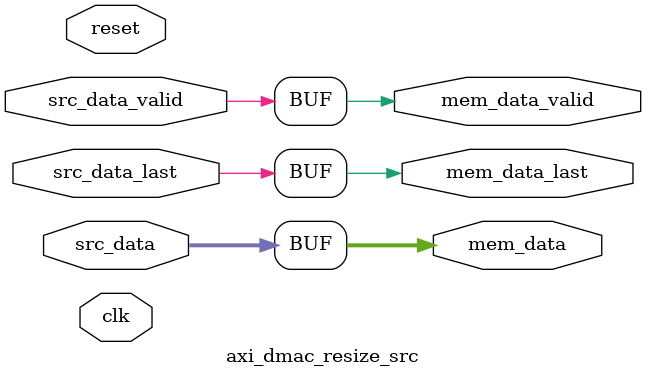
<source format=v>

/*
 * Resize the data width between the source interface and the burst memory
 * if necessary.
 */

`timescale 1ns/100ps

module axi_dmac_resize_src #(
  parameter DATA_WIDTH_SRC = 64,
  parameter DATA_WIDTH_MEM = 64
) (
  input clk,
  input reset,

  input src_data_valid,
  input [DATA_WIDTH_SRC-1:0] src_data,
  input src_data_last,

  output mem_data_valid,
  output [DATA_WIDTH_MEM-1:0] mem_data,
  output mem_data_last
);

generate if (DATA_WIDTH_SRC == DATA_WIDTH_MEM)  begin
  assign mem_data_valid = src_data_valid;
  assign mem_data = src_data;
  assign mem_data_last = src_data_last;
end else begin

  localparam RATIO = DATA_WIDTH_MEM / DATA_WIDTH_SRC;

  reg [RATIO-1:0] mask = 'h1;
  reg valid = 1'b0;
  reg last = 1'b0;
  reg [DATA_WIDTH_MEM-1:0] data = 'h0;

  always @(posedge clk) begin
    if (reset == 1'b1) begin
      valid <= 1'b0;
      mask <= 'h1;
    end else if (src_data_valid == 1'b1) begin
      valid <= mask[RATIO-1] || src_data_last;
      if (src_data_last) begin
        mask <= 'h1;
      end else begin
        mask <= {mask[RATIO-2:0],mask[RATIO-1]};
      end
    end else begin
      valid <= 1'b0;
    end
  end

  integer i;

  always @(posedge clk) begin
    for (i = 0; i < RATIO; i = i+1) begin
      if (mask[i] == 1'b1) begin
        data[i*DATA_WIDTH_SRC+:DATA_WIDTH_SRC] <= src_data;
      end
    end
    last <= src_data_last;
  end

  assign mem_data_valid = valid;
  assign mem_data = data;
  assign mem_data_last = last;

end endgenerate

endmodule

</source>
